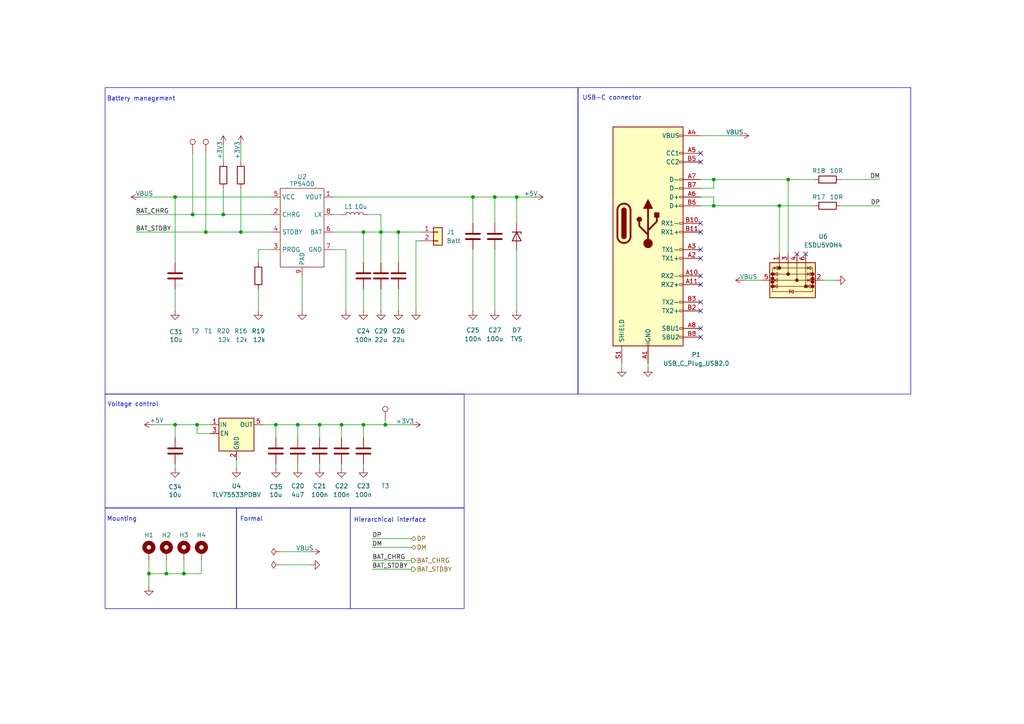
<source format=kicad_sch>
(kicad_sch (version 20250114) (generator "eeschema") (generator_version "9.0")
  (paper "A4")
  (title_block (title "Dummy button") (date "2025-04-23") (rev "v0.1"))
  (lib_symbols
    (symbol "+3V3_1" (power) (pin_numbers (hide yes)) (pin_names (offset 0) (hide yes))
      (property "Value" "+3V3" (at 0 3.556 0))
      (symbol "+3V3_1_0_1"
        (polyline (pts (xy -0.762 1.27) (xy 0 2.54)))
        (polyline (pts (xy 0 2.54) (xy 0.762 1.27)))
        (polyline (pts (xy 0 0) (xy 0 2.54)))
      )
      (symbol "+3V3_1_1_1"
        (pin power_in line (at 0 0 90) (length 0) (name "~") (number "1"))
      )
    )
    (symbol "+3V3_2" (power) (pin_numbers (hide yes)) (pin_names (offset 0) (hide yes))
      (property "Value" "+3V3" (at 0 3.556 0))
      (symbol "+3V3_2_0_1"
        (polyline (pts (xy -0.762 1.27) (xy 0 2.54)))
        (polyline (pts (xy 0 2.54) (xy 0.762 1.27)))
        (polyline (pts (xy 0 0) (xy 0 2.54)))
      )
      (symbol "+3V3_2_1_1"
        (pin power_in line (at 0 0 90) (length 0) (name "~") (number "1"))
      )
    )
    (symbol "Connector:TestPoint" (pin_numbers (hide yes)) (pin_names (offset 0.762) (hide yes))
      (property "Reference" "TP" (at 0 6.858 0))
      (property "Value" "TestPoint" (at 0 5.08 0))
      (symbol "TestPoint_0_1"
        (circle (center 0 3.302) (radius 0.762))
      )
      (symbol "TestPoint_1_1"
        (pin passive line (at 0 0 90) (length 2.54) (name "1") (number "1"))
      )
    )
    (symbol "Connector:USB_C_Receptacle" (pin_names (offset 1.016))
      (property "Reference" "J" (at -10.16 29.21 0))
      (property "Value" "USB_C_Receptacle" (at 10.16 29.21 0))
      (symbol "USB_C_Receptacle_0_0"
        (rectangle (start -0.254 -35.56) (end 0.254 -34.544))
        (rectangle (start 10.16 25.654) (end 9.144 25.146))
        (rectangle (start 10.16 20.574) (end 9.144 20.066))
        (rectangle (start 10.16 18.034) (end 9.144 17.526))
        (rectangle (start 10.16 12.954) (end 9.144 12.446))
        (rectangle (start 10.16 10.414) (end 9.144 9.906))
        (rectangle (start 10.16 7.874) (end 9.144 7.366))
        (rectangle (start 10.16 5.334) (end 9.144 4.826))
        (rectangle (start 10.16 0.254) (end 9.144 -0.254))
        (rectangle (start 10.16 -2.286) (end 9.144 -2.794))
        (rectangle (start 10.16 -7.366) (end 9.144 -7.874))
        (rectangle (start 10.16 -9.906) (end 9.144 -10.414))
        (rectangle (start 10.16 -14.986) (end 9.144 -15.494))
        (rectangle (start 10.16 -17.526) (end 9.144 -18.034))
        (rectangle (start 10.16 -22.606) (end 9.144 -23.114))
        (rectangle (start 10.16 -25.146) (end 9.144 -25.654))
        (rectangle (start 10.16 -30.226) (end 9.144 -30.734))
        (rectangle (start 10.16 -32.766) (end 9.144 -33.274))
      )
      (symbol "USB_C_Receptacle_0_1"
        (rectangle (start -10.16 27.94) (end 10.16 -35.56) (stroke (width 0.254)) (fill (type background)))
        (polyline (pts (xy -8.89 -3.81) (xy -8.89 3.81)) (stroke (width 0.508)))
        (rectangle (start -7.62 -3.81) (end -6.35 3.81) (stroke (width 0.254)) (fill (type outline)))
        (arc (start -7.62 3.81) (mid -6.985 4.4423) (end -6.35 3.81) (stroke (width 0.254)))
        (arc (start -7.62 3.81) (mid -6.985 4.4423) (end -6.35 3.81) (stroke (width 0.254)) (fill (type outline)))
        (arc (start -8.89 3.81) (mid -6.985 5.7067) (end -5.08 3.81) (stroke (width 0.508)))
        (arc (start -5.08 -3.81) (mid -6.985 -5.7067) (end -8.89 -3.81) (stroke (width 0.508)))
        (arc (start -6.35 -3.81) (mid -6.985 -4.4423) (end -7.62 -3.81) (stroke (width 0.254)))
        (arc (start -6.35 -3.81) (mid -6.985 -4.4423) (end -7.62 -3.81) (stroke (width 0.254)) (fill (type outline)))
        (polyline (pts (xy -5.08 3.81) (xy -5.08 -3.81)) (stroke (width 0.508)))
      )
      (symbol "USB_C_Receptacle_1_1"
        (circle (center -2.54 1.143) (radius 0.635) (stroke (width 0.254)) (fill (type outline)))
        (polyline (pts (xy -1.27 4.318) (xy 0 6.858) (xy 1.27 4.318) (xy -1.27 4.318)) (stroke (width 0.254)) (fill (type outline)))
        (polyline (pts (xy 0 -2.032) (xy 2.54 0.508) (xy 2.54 1.778)) (stroke (width 0.508)))
        (polyline (pts (xy 0 -3.302) (xy -2.54 -0.762) (xy -2.54 0.508)) (stroke (width 0.508)))
        (polyline (pts (xy 0 -5.842) (xy 0 4.318)) (stroke (width 0.508)))
        (circle (center 0 -5.842) (radius 1.27) (fill (type outline)))
        (rectangle (start 1.905 1.778) (end 3.175 3.048) (stroke (width 0.254)) (fill (type outline)))
        (pin passive line (at -7.62 -40.64 90) (length 5.08) (name "SHIELD") (number "S1"))
        (pin passive line (at 0 -40.64 90) (length 5.08) (name "GND") (number "A1"))
        (pin passive line (at 0 -40.64 90) (length 5.08) (hide yes) (name "GND") (number "A12"))
        (pin passive line (at 0 -40.64 90) (length 5.08) (hide yes) (name "GND") (number "B1"))
        (pin passive line (at 0 -40.64 90) (length 5.08) (hide yes) (name "GND") (number "B12"))
        (pin passive line (at 15.24 25.4 180) (length 5.08) (name "VBUS") (number "A4"))
        (pin passive line (at 15.24 25.4 180) (length 5.08) (hide yes) (name "VBUS") (number "A9"))
        (pin passive line (at 15.24 25.4 180) (length 5.08) (hide yes) (name "VBUS") (number "B4"))
        (pin passive line (at 15.24 25.4 180) (length 5.08) (hide yes) (name "VBUS") (number "B9"))
        (pin bidirectional line (at 15.24 20.32 180) (length 5.08) (name "CC1") (number "A5"))
        (pin bidirectional line (at 15.24 17.78 180) (length 5.08) (name "CC2") (number "B5"))
        (pin bidirectional line (at 15.24 12.7 180) (length 5.08) (name "D-") (number "A7"))
        (pin bidirectional line (at 15.24 10.16 180) (length 5.08) (name "D-") (number "B7"))
        (pin bidirectional line (at 15.24 7.62 180) (length 5.08) (name "D+") (number "A6"))
        (pin bidirectional line (at 15.24 5.08 180) (length 5.08) (name "D+") (number "B6"))
        (pin bidirectional line (at 15.24 0 180) (length 5.08) (name "RX1-") (number "B10"))
        (pin bidirectional line (at 15.24 -2.54 180) (length 5.08) (name "RX1+") (number "B11"))
        (pin bidirectional line (at 15.24 -7.62 180) (length 5.08) (name "TX1-") (number "A3"))
        (pin bidirectional line (at 15.24 -10.16 180) (length 5.08) (name "TX1+") (number "A2"))
        (pin bidirectional line (at 15.24 -15.24 180) (length 5.08) (name "RX2-") (number "A10"))
        (pin bidirectional line (at 15.24 -17.78 180) (length 5.08) (name "RX2+") (number "A11"))
        (pin bidirectional line (at 15.24 -22.86 180) (length 5.08) (name "TX2-") (number "B3"))
        (pin bidirectional line (at 15.24 -25.4 180) (length 5.08) (name "TX2+") (number "B2"))
        (pin bidirectional line (at 15.24 -30.48 180) (length 5.08) (name "SBU1") (number "A8"))
        (pin bidirectional line (at 15.24 -33.02 180) (length 5.08) (name "SBU2") (number "B8"))
      )
    )
    (symbol "Connector_Generic:Conn_01x02" (pin_names (offset 1.016) (hide yes))
      (property "Reference" "J" (at 0 2.54 0))
      (property "Value" "Conn_01x02" (at 0 -5.08 0))
      (symbol "Conn_01x02_1_1"
        (rectangle (start -1.27 1.27) (end 1.27 -3.81) (stroke (width 0.254)) (fill (type background)))
        (rectangle (start -1.27 0.127) (end 0 -0.127) (stroke (width 0.1524)))
        (rectangle (start -1.27 -2.413) (end 0 -2.667) (stroke (width 0.1524)))
        (pin passive line (at -5.08 0 0) (length 3.81) (name "Pin_1") (number "1"))
        (pin passive line (at -5.08 -2.54 0) (length 3.81) (name "Pin_2") (number "2"))
      )
    )
    (symbol "Device:C" (pin_numbers (hide yes)) (pin_names (offset 0.254))
      (property "Reference" "C" (at 0.635 2.54 0))
      (property "Value" "C" (at 0.635 -2.54 0))
      (symbol "C_0_1"
        (polyline (pts (xy -2.032 0.762) (xy 2.032 0.762)) (stroke (width 0.508)))
        (polyline (pts (xy -2.032 -0.762) (xy 2.032 -0.762)) (stroke (width 0.508)))
      )
      (symbol "C_1_1"
        (pin passive line (at 0 3.81 270) (length 2.794) (name "~") (number "1"))
        (pin passive line (at 0 -3.81 90) (length 2.794) (name "~") (number "2"))
      )
    )
    (symbol "Device:D_Zener" (pin_numbers (hide yes)) (pin_names (offset 1.016) (hide yes))
      (property "Reference" "D" (at 0 2.54 0))
      (property "Value" "D_Zener" (at 0 -2.54 0))
      (symbol "D_Zener_0_1"
        (polyline (pts (xy -1.27 -1.27) (xy -1.27 1.27) (xy -0.762 1.27)) (stroke (width 0.254)))
        (polyline (pts (xy 1.27 0) (xy -1.27 0)))
        (polyline (pts (xy 1.27 -1.27) (xy 1.27 1.27) (xy -1.27 0) (xy 1.27 -1.27)) (stroke (width 0.254)))
      )
      (symbol "D_Zener_1_1"
        (pin passive line (at -3.81 0 0) (length 2.54) (name "K") (number "1"))
        (pin passive line (at 3.81 0 180) (length 2.54) (name "A") (number "2"))
      )
    )
    (symbol "Device:L" (pin_numbers (hide yes)) (pin_names (offset 1.016) (hide yes))
      (property "Reference" "L" (at -1.27 0 90))
      (property "Value" "L" (at 1.905 0 90))
      (symbol "L_0_1"
        (arc (start 0 2.54) (mid 0.6323 1.905) (end 0 1.27))
        (arc (start 0 1.27) (mid 0.6323 0.635) (end 0 0))
        (arc (start 0 0) (mid 0.6323 -0.635) (end 0 -1.27))
        (arc (start 0 -1.27) (mid 0.6323 -1.905) (end 0 -2.54))
      )
      (symbol "L_1_1"
        (pin passive line (at 0 3.81 270) (length 1.27) (name "1") (number "1"))
        (pin passive line (at 0 -3.81 90) (length 1.27) (name "2") (number "2"))
      )
    )
    (symbol "Device:R" (pin_numbers (hide yes)) (pin_names (offset 0))
      (property "Reference" "R" (at 2.032 0 90))
      (property "Value" "R" (at 0 0 90))
      (symbol "R_0_1"
        (rectangle (start -1.016 -2.54) (end 1.016 2.54) (stroke (width 0.254)))
      )
      (symbol "R_1_1"
        (pin passive line (at 0 3.81 270) (length 1.27) (name "~") (number "1"))
        (pin passive line (at 0 -3.81 90) (length 1.27) (name "~") (number "2"))
      )
    )
    (symbol "GND_1" (power) (pin_numbers (hide yes)) (pin_names (offset 0) (hide yes))
      (property "Value" "GND" (at 0 -3.81 0))
      (symbol "GND_1_0_1"
        (polyline (pts (xy 0 0) (xy 0 -1.27) (xy 1.27 -1.27) (xy 0 -2.54) (xy -1.27 -1.27) (xy 0 -1.27)))
      )
      (symbol "GND_1_1_1"
        (pin power_in line (at 0 0 270) (length 0) (name "~") (number "1"))
      )
    )
    (symbol "GND_2" (power) (pin_numbers (hide yes)) (pin_names (offset 0) (hide yes))
      (property "Value" "GND" (at 0 -3.81 0))
      (symbol "GND_2_0_1"
        (polyline (pts (xy 0 0) (xy 0 -1.27) (xy 1.27 -1.27) (xy 0 -2.54) (xy -1.27 -1.27) (xy 0 -1.27)))
      )
      (symbol "GND_2_1_1"
        (pin power_in line (at 0 0 270) (length 0) (name "~") (number "1"))
      )
    )
    (symbol "GND_3" (power) (pin_numbers (hide yes)) (pin_names (offset 0) (hide yes))
      (property "Value" "GND" (at 0 -3.81 0))
      (symbol "GND_3_0_1"
        (polyline (pts (xy 0 0) (xy 0 -1.27) (xy 1.27 -1.27) (xy 0 -2.54) (xy -1.27 -1.27) (xy 0 -1.27)))
      )
      (symbol "GND_3_1_1"
        (pin power_in line (at 0 0 270) (length 0) (name "~") (number "1"))
      )
    )
    (symbol "GND_4" (power) (pin_numbers (hide yes)) (pin_names (offset 0) (hide yes))
      (property "Value" "GND" (at 0 -3.81 0))
      (symbol "GND_4_0_1"
        (polyline (pts (xy 0 0) (xy 0 -1.27) (xy 1.27 -1.27) (xy 0 -2.54) (xy -1.27 -1.27) (xy 0 -1.27)))
      )
      (symbol "GND_4_1_1"
        (pin power_in line (at 0 0 270) (length 0) (name "~") (number "1"))
      )
    )
    (symbol "GND_5" (power) (pin_numbers (hide yes)) (pin_names (offset 0) (hide yes))
      (property "Value" "GND" (at 0 -3.81 0))
      (symbol "GND_5_0_1"
        (polyline (pts (xy 0 0) (xy 0 -1.27) (xy 1.27 -1.27) (xy 0 -2.54) (xy -1.27 -1.27) (xy 0 -1.27)))
      )
      (symbol "GND_5_1_1"
        (pin power_in line (at 0 0 270) (length 0) (name "~") (number "1"))
      )
    )
    (symbol "GND_6" (power) (pin_numbers (hide yes)) (pin_names (offset 0) (hide yes))
      (property "Value" "GND" (at 0 -3.81 0))
      (symbol "GND_6_0_1"
        (polyline (pts (xy 0 0) (xy 0 -1.27) (xy 1.27 -1.27) (xy 0 -2.54) (xy -1.27 -1.27) (xy 0 -1.27)))
      )
      (symbol "GND_6_1_1"
        (pin power_in line (at 0 0 270) (length 0) (name "~") (number "1"))
      )
    )
    (symbol "GND_7" (power) (pin_numbers (hide yes)) (pin_names (offset 0) (hide yes))
      (property "Value" "GND" (at 0 -3.81 0))
      (symbol "GND_7_0_1"
        (polyline (pts (xy 0 0) (xy 0 -1.27) (xy 1.27 -1.27) (xy 0 -2.54) (xy -1.27 -1.27) (xy 0 -1.27)))
      )
      (symbol "GND_7_1_1"
        (pin power_in line (at 0 0 270) (length 0) (name "~") (number "1"))
      )
    )
    (symbol "Mechanical:MountingHole_Pad" (pin_numbers (hide yes)) (pin_names (offset 1.016) (hide yes))
      (property "Reference" "H" (at 0 6.35 0))
      (property "Value" "MountingHole_Pad" (at 0 4.445 0))
      (symbol "MountingHole_Pad_0_1"
        (circle (center 0 1.27) (radius 1.27) (stroke (width 1.27)))
      )
      (symbol "MountingHole_Pad_1_1"
        (pin input line (at 0 -2.54 90) (length 2.54) (name "1") (number "1"))
      )
    )
    (symbol "MountingHole_Pad_1" (pin_numbers (hide yes)) (pin_names (offset 1.016) (hide yes))
      (property "Reference" "H" (at 0 6.35 0))
      (property "Value" "MountingHole_Pad" (at 0 4.445 0))
      (symbol "MountingHole_Pad_1_0_1"
        (circle (center 0 1.27) (radius 1.27) (stroke (width 1.27)))
      )
      (symbol "MountingHole_Pad_1_1_1"
        (pin input line (at 0 -2.54 90) (length 2.54) (name "1") (number "1"))
      )
    )
    (symbol "MountingHole_Pad_2" (pin_numbers (hide yes)) (pin_names (offset 1.016) (hide yes))
      (property "Reference" "H" (at 0 6.35 0))
      (property "Value" "MountingHole_Pad" (at 0 4.445 0))
      (symbol "MountingHole_Pad_2_0_1"
        (circle (center 0 1.27) (radius 1.27) (stroke (width 1.27)))
      )
      (symbol "MountingHole_Pad_2_1_1"
        (pin input line (at 0 -2.54 90) (length 2.54) (name "1") (number "1"))
      )
    )
    (symbol "MountingHole_Pad_3" (pin_numbers (hide yes)) (pin_names (offset 1.016) (hide yes))
      (property "Reference" "H" (at 0 6.35 0))
      (property "Value" "MountingHole_Pad" (at 0 4.445 0))
      (symbol "MountingHole_Pad_3_0_1"
        (circle (center 0 1.27) (radius 1.27) (stroke (width 1.27)))
      )
      (symbol "MountingHole_Pad_3_1_1"
        (pin input line (at 0 -2.54 90) (length 2.54) (name "1") (number "1"))
      )
    )
    (symbol "Power_Protection:USBLC6-4SC6" (pin_names (hide yes))
      (property "Reference" "U" (at 1.27 9.525 0))
      (property "Value" "USBLC6-4SC6" (at 1.27 6.985 0))
      (symbol "USBLC6-4SC6_0_0"
        (circle (center -3.556 2.54) (radius 0.0001) (stroke (width 0.508)))
        (circle (center -1.778 4.572) (radius 0.0001) (stroke (width 0.508)))
        (circle (center -1.778 0) (radius 0.0001) (stroke (width 0.508)))
        (circle (center -1.778 -7.112) (radius 0.0001) (stroke (width 0.508)))
        (circle (center -0.508 4.572) (radius 0.0001) (stroke (width 0.508)))
        (circle (center -0.508 -7.112) (radius 0.0001) (stroke (width 0.508)))
        (circle (center 0 -2.54) (radius 0.0001) (stroke (width 0.508)))
        (circle (center 0.508 4.572) (radius 0.0001) (stroke (width 0.508)))
        (circle (center 0.508 -7.112) (radius 0.0001) (stroke (width 0.508)))
        (circle (center 1.778 4.572) (radius 0.0001) (stroke (width 0.508)))
        (circle (center 1.778 -5.08) (radius 0.0001) (stroke (width 0.508)))
        (circle (center 1.778 -7.112) (radius 0.0001) (stroke (width 0.508)))
      )
      (symbol "USBLC6-4SC6_0_1"
        (polyline (pts (xy -5.08 2.54) (xy -3.556 2.54)))
        (polyline (pts (xy -5.08 0) (xy -1.778 0)))
        (polyline (pts (xy -5.08 -2.54) (xy 0 -2.54)))
        (polyline (pts (xy -5.08 -5.08) (xy 1.778 -5.08)))
        (polyline (pts (xy -4.064 3.048) (xy -3.048 3.048) (xy -3.556 4.064) (xy -4.064 3.048)))
        (polyline (pts (xy -4.064 -5.588) (xy -3.048 -5.588)))
        (polyline (pts (xy -3.048 4.064) (xy -4.064 4.064)))
        (polyline (pts (xy -3.048 -6.604) (xy -4.064 -6.604) (xy -3.556 -5.588) (xy -3.048 -6.604)))
        (polyline (pts (xy -2.286 4.064) (xy -1.27 4.064)))
        (polyline (pts (xy -2.286 -5.588) (xy -1.27 -5.588)))
        (polyline (pts (xy -1.27 3.048) (xy -2.286 3.048) (xy -1.778 4.064) (xy -1.27 3.048)))
        (polyline (pts (xy -1.27 -6.604) (xy -2.286 -6.604) (xy -1.778 -5.588) (xy -1.27 -6.604)))
        (polyline (pts (xy -0.508 3.048) (xy 0.508 3.048) (xy 0 4.064) (xy -0.508 3.048)))
        (polyline (pts (xy -0.508 -5.588) (xy 0.508 -5.588)))
        (polyline (pts (xy -0.508 -6.604) (xy 0.508 -6.604) (xy 0 -5.588) (xy -0.508 -6.604)))
        (polyline (pts (xy 0 5.08) (xy 0.508 4.572)))
        (polyline (pts (xy 0.508 4.064) (xy -0.508 4.064)))
        (polyline (pts (xy 0.508 -7.112) (xy -0.508 -7.112)))
        (polyline (pts (xy 1.27 4.064) (xy 2.286 4.064)))
        (polyline (pts (xy 1.27 -6.604) (xy 2.286 -6.604) (xy 1.778 -5.588) (xy 1.27 -6.604)))
        (polyline (pts (xy 1.778 4.572) (xy 3.302 4.572) (xy 3.302 -7.112) (xy 1.778 -7.112)))
        (polyline (pts (xy 2.286 3.048) (xy 1.27 3.048) (xy 1.778 4.064) (xy 2.286 3.048)))
        (polyline (pts (xy 2.286 -5.588) (xy 1.27 -5.588)))
        (polyline (pts (xy 2.794 -0.762) (xy 2.794 -0.381) (xy 3.81 -0.381)))
        (polyline (pts (xy 3.81 -1.524) (xy 2.794 -1.524) (xy 3.302 -0.508) (xy 3.81 -1.524)))
      )
      (symbol "USBLC6-4SC6_1_1"
        (rectangle (start -5.08 5.334) (end 5.08 -7.874) (stroke (width 0.254)) (fill (type background)))
        (polyline (pts (xy -1.778 4.572) (xy -3.556 4.572) (xy -3.556 -7.112) (xy -1.778 -7.112)))
        (polyline (pts (xy -0.508 4.572) (xy 1.778 4.572) (xy 1.778 -7.112) (xy 0.508 -7.112)))
        (polyline (pts (xy 0 -7.62) (xy -0.508 -7.112) (xy -1.778 -7.112) (xy -1.778 4.572) (xy -0.508 4.572)))
        (polyline (pts (xy 0.508 -7.112) (xy 0 -6.604) (xy 0 4.064) (xy -0.508 4.572)))
        (pin passive line (at -7.62 2.54 0) (length 2.54) (name "I/O1") (number "1"))
        (pin passive line (at -7.62 0 0) (length 2.54) (name "I/O2") (number "3"))
        (pin passive line (at -7.62 -2.54 0) (length 2.54) (name "I/O3") (number "4"))
        (pin passive line (at -7.62 -5.08 0) (length 2.54) (name "I/O4") (number "6"))
        (pin passive line (at 0 7.62 270) (length 2.54) (name "VBUS") (number "5"))
        (pin passive line (at 0 -10.16 90) (length 2.54) (name "GND") (number "2"))
      )
    )
    (symbol "Regulator_Linear:TLV75533PDBV" (pin_names (offset 0.254))
      (property "Reference" "U" (at -3.81 5.715 0))
      (property "Value" "TLV75533PDBV" (at 0 5.715 0))
      (symbol "TLV75533PDBV_0_1"
        (rectangle (start -5.08 4.445) (end 5.08 -5.08) (stroke (width 0.254)) (fill (type background)))
      )
      (symbol "TLV75533PDBV_1_1"
        (pin power_in line (at -7.62 2.54 0) (length 2.54) (name "IN") (number "1"))
        (pin input line (at -7.62 0 0) (length 2.54) (name "EN") (number "3"))
        (pin power_in line (at 0 -7.62 90) (length 2.54) (name "GND") (number "2"))
        (pin no_connect line (at 5.08 0 180) (length 2.54) (hide yes) (name "NC") (number "4"))
        (pin power_out line (at 7.62 2.54 180) (length 2.54) (name "OUT") (number "5"))
      )
    )
    (symbol "TP5400:TP5400"
      (property "Reference" "U2" (at -1.27 26.162 0))
      (property "Value" "TP5400" (at -1.27 24.13 0))
      (symbol "TP5400_0_1"
        (rectangle (start -7.62 22.86) (end 5.08 0))
      )
      (symbol "TP5400_1_1"
        (pin power_in line (at -10.16 20.32 0) (length 2.54) (name "VCC") (number "5"))
        (pin bidirectional line (at -10.16 15.24 0) (length 2.54) (name "CHRG") (number "2"))
        (pin bidirectional line (at -10.16 10.16 0) (length 2.54) (name "STDBY") (number "4"))
        (pin bidirectional line (at -10.16 5.08 0) (length 2.54) (name "PROG") (number "3"))
        (pin passive line (at -1.27 -2.54 90) (length 2.54) (name "PAD") (number "9"))
        (pin power_out line (at 7.62 20.32 180) (length 2.54) (name "VOUT") (number "1"))
        (pin bidirectional line (at 7.62 15.24 180) (length 2.54) (name "LX") (number "8"))
        (pin bidirectional line (at 7.62 10.16 180) (length 2.54) (name "BAT") (number "6"))
        (pin power_in line (at 7.62 5.08 180) (length 2.54) (name "GND") (number "7"))
      )
    )
    (symbol "power:+3V3" (power) (pin_numbers (hide yes)) (pin_names (offset 0) (hide yes))
      (property "Value" "+3V3" (at 0 3.556 0))
      (symbol "+3V3_0_1"
        (polyline (pts (xy -0.762 1.27) (xy 0 2.54)))
        (polyline (pts (xy 0 2.54) (xy 0.762 1.27)))
        (polyline (pts (xy 0 0) (xy 0 2.54)))
      )
      (symbol "+3V3_1_1"
        (pin power_in line (at 0 0 90) (length 0) (name "~") (number "1"))
      )
    )
    (symbol "power:+5V" (power) (pin_numbers (hide yes)) (pin_names (offset 0) (hide yes))
      (property "Value" "+5V" (at 0 3.556 0))
      (symbol "+5V_0_1"
        (polyline (pts (xy -0.762 1.27) (xy 0 2.54)))
        (polyline (pts (xy 0 2.54) (xy 0.762 1.27)))
        (polyline (pts (xy 0 0) (xy 0 2.54)))
      )
      (symbol "+5V_1_1"
        (pin power_in line (at 0 0 90) (length 0) (name "~") (number "1"))
      )
    )
    (symbol "power:PWR_FLAG" (power) (pin_numbers (hide yes)) (pin_names (offset 0) (hide yes))
      (property "Value" "PWR_FLAG" (at 0 3.81 0))
      (symbol "PWR_FLAG_0_0"
        (pin power_out line (at 0 0 90) (length 0) (name "~") (number "1"))
      )
      (symbol "PWR_FLAG_0_1"
        (polyline (pts (xy 0 0) (xy 0 1.27) (xy -1.016 1.905) (xy 0 2.54) (xy 1.016 1.905) (xy 0 1.27)))
      )
    )
  )
  (rectangle (start 30.48 147.32) (end 68.58 176.53))
  (rectangle (start 30.48 25.4) (end 167.64 114.3))
  (rectangle (start 101.6 147.32) (end 134.62 176.53))
  (rectangle (start 30.48 114.3) (end 134.62 147.32))
  (rectangle (start 68.58 147.32) (end 101.6 176.53))
  (rectangle (start 167.64 25.4) (end 264.16 114.3))
  (text "Battery management" (at 30.988 29.464 0) (effects (font (size 1.27 1.27)) (justify left bottom)))
  (text "Mounting" (at 30.988 150.622 0) (effects (font (size 1.27 1.27)) (justify left)))
  (text "Formal\n" (at 69.596 150.622 0) (effects (font (size 1.27 1.27)) (justify left)))
  (text "Voltage control" (at 31.115 118.11 0) (effects (font (size 1.27 1.27)) (justify left bottom)))
  (text "USB-C connector" (at 168.91 29.21 0) (effects (font (size 1.27 1.27)) (justify left bottom)))
  (text "Hierarchical interface" (at 102.616 151.638 0) (effects (font (size 1.27 1.27)) (justify left bottom)))
  (junction (at 105.41 123.19))
  (junction (at 48.26 166.37))
  (junction (at 55.88 62.23))
  (junction (at 43.18 166.37))
  (junction (at 137.16 57.15))
  (junction (at 115.57 67.31))
  (junction (at 207.01 59.69))
  (junction (at 110.49 67.31))
  (junction (at 207.01 52.07))
  (junction (at 53.34 166.37))
  (junction (at 64.77 62.23))
  (junction (at 226.06 59.69))
  (junction (at 59.69 67.31))
  (junction (at 111.76 123.19))
  (junction (at 99.06 123.19))
  (junction (at 86.36 123.19))
  (junction (at 50.8 57.15))
  (junction (at 57.15 123.19))
  (junction (at 105.41 67.31))
  (junction (at 80.01 123.19))
  (junction (at 50.8 123.19))
  (junction (at 149.86 57.15))
  (junction (at 92.71 123.19))
  (junction (at 228.6 52.07))
  (junction (at 143.51 57.15))
  (junction (at 69.85 67.31))
  (no_connect (at 233.68 73.66))
  (no_connect (at 203.2 44.45))
  (no_connect (at 203.2 80.01))
  (no_connect (at 203.2 97.79))
  (no_connect (at 203.2 74.93))
  (no_connect (at 203.2 87.63))
  (no_connect (at 203.2 90.17))
  (no_connect (at 231.14 73.66))
  (no_connect (at 203.2 46.99))
  (no_connect (at 203.2 64.77))
  (no_connect (at 203.2 82.55))
  (no_connect (at 203.2 67.31))
  (no_connect (at 203.2 72.39))
  (no_connect (at 203.2 95.25))
  (wire (pts (xy 203.2 39.37) (xy 214.63 39.37)))
  (wire (pts (xy 105.41 67.31) (xy 110.49 67.31)))
  (wire (pts (xy 43.18 166.37) (xy 43.18 170.18)))
  (wire (pts (xy 58.42 166.37) (xy 58.42 162.56)))
  (wire (pts (xy 243.84 52.07) (xy 255.27 52.07)))
  (wire (pts (xy 55.88 62.23) (xy 64.77 62.23)))
  (wire (pts (xy 96.52 72.39) (xy 100.33 72.39)))
  (wire (pts (xy 180.34 105.41) (xy 180.34 106.68)))
  (wire (pts (xy 120.65 69.85) (xy 121.92 69.85)))
  (wire (pts (xy 187.96 105.41) (xy 187.96 106.68)))
  (wire (pts (xy 50.8 57.15) (xy 78.74 57.15)))
  (wire (pts (xy 105.41 67.31) (xy 105.41 76.2)))
  (wire (pts (xy 99.06 123.19) (xy 99.06 127)))
  (wire (pts (xy 143.51 57.15) (xy 143.51 64.77)))
  (wire (pts (xy 76.2 123.19) (xy 80.01 123.19)))
  (wire (pts (xy 69.85 54.61) (xy 69.85 67.31)))
  (wire (pts (xy 110.49 67.31) (xy 115.57 67.31)))
  (wire (pts (xy 39.37 62.23) (xy 55.88 62.23)))
  (wire (pts (xy 143.51 57.15) (xy 149.86 57.15)))
  (wire (pts (xy 53.34 166.37) (xy 53.34 162.56)))
  (wire (pts (xy 110.49 62.23) (xy 110.49 67.31)))
  (wire (pts (xy 203.2 52.07) (xy 207.01 52.07)))
  (wire (pts (xy 107.95 162.56) (xy 119.38 162.56)))
  (wire (pts (xy 99.06 123.19) (xy 105.41 123.19)))
  (wire (pts (xy 226.06 59.69) (xy 236.22 59.69)))
  (wire (pts (xy 96.52 67.31) (xy 105.41 67.31)))
  (wire (pts (xy 111.76 123.19) (xy 119.38 123.19)))
  (wire (pts (xy 87.63 80.01) (xy 87.63 90.17)))
  (wire (pts (xy 207.01 59.69) (xy 226.06 59.69)))
  (wire (pts (xy 228.6 52.07) (xy 228.6 73.66)))
  (wire (pts (xy 48.26 166.37) (xy 43.18 166.37)))
  (wire (pts (xy 100.33 72.39) (xy 100.33 90.17)))
  (wire (pts (xy 149.86 57.15) (xy 149.86 64.77)))
  (wire (pts (xy 90.17 160.02) (xy 81.28 160.02)))
  (wire (pts (xy 64.77 41.91) (xy 64.77 46.99)))
  (wire (pts (xy 74.93 72.39) (xy 74.93 76.2)))
  (wire (pts (xy 111.76 121.92) (xy 111.76 123.19)))
  (wire (pts (xy 50.8 83.82) (xy 50.8 90.17)))
  (wire (pts (xy 228.6 52.07) (xy 236.22 52.07)))
  (wire (pts (xy 48.26 166.37) (xy 48.26 162.56)))
  (wire (pts (xy 105.41 83.82) (xy 105.41 90.17)))
  (wire (pts (xy 43.18 166.37) (xy 43.18 162.56)))
  (wire (pts (xy 59.69 44.45) (xy 59.69 67.31)))
  (wire (pts (xy 226.06 59.69) (xy 226.06 73.66)))
  (wire (pts (xy 50.8 123.19) (xy 50.8 127)))
  (wire (pts (xy 143.51 72.39) (xy 143.51 90.17)))
  (wire (pts (xy 149.86 72.39) (xy 149.86 90.17)))
  (wire (pts (xy 105.41 123.19) (xy 105.41 127)))
  (wire (pts (xy 39.37 67.31) (xy 59.69 67.31)))
  (wire (pts (xy 50.8 123.19) (xy 57.15 123.19)))
  (wire (pts (xy 59.69 67.31) (xy 69.85 67.31)))
  (wire (pts (xy 137.16 72.39) (xy 137.16 90.17)))
  (wire (pts (xy 137.16 57.15) (xy 137.16 64.77)))
  (wire (pts (xy 107.95 158.75) (xy 119.38 158.75)))
  (wire (pts (xy 55.88 44.45) (xy 55.88 62.23)))
  (wire (pts (xy 215.9 81.28) (xy 220.98 81.28)))
  (wire (pts (xy 207.01 52.07) (xy 228.6 52.07)))
  (wire (pts (xy 80.01 123.19) (xy 80.01 127)))
  (wire (pts (xy 78.74 72.39) (xy 74.93 72.39)))
  (wire (pts (xy 86.36 134.62) (xy 86.36 135.89)))
  (wire (pts (xy 105.41 123.19) (xy 111.76 123.19)))
  (wire (pts (xy 86.36 123.19) (xy 92.71 123.19)))
  (wire (pts (xy 203.2 57.15) (xy 207.01 57.15)))
  (wire (pts (xy 68.58 133.35) (xy 68.58 135.89)))
  (wire (pts (xy 238.76 81.28) (xy 242.57 81.28)))
  (wire (pts (xy 44.45 123.19) (xy 50.8 123.19)))
  (wire (pts (xy 92.71 127) (xy 92.71 123.19)))
  (wire (pts (xy 120.65 69.85) (xy 120.65 90.17)))
  (wire (pts (xy 86.36 127) (xy 86.36 123.19)))
  (wire (pts (xy 207.01 57.15) (xy 207.01 59.69)))
  (wire (pts (xy 58.42 166.37) (xy 53.34 166.37)))
  (wire (pts (xy 50.8 57.15) (xy 40.64 57.15)))
  (wire (pts (xy 57.15 125.73) (xy 57.15 123.19)))
  (wire (pts (xy 69.85 41.91) (xy 69.85 46.99)))
  (wire (pts (xy 64.77 62.23) (xy 78.74 62.23)))
  (wire (pts (xy 110.49 83.82) (xy 110.49 90.17)))
  (wire (pts (xy 110.49 67.31) (xy 110.49 76.2)))
  (wire (pts (xy 96.52 57.15) (xy 137.16 57.15)))
  (wire (pts (xy 107.95 156.21) (xy 119.38 156.21)))
  (wire (pts (xy 105.41 134.62) (xy 105.41 135.89)))
  (wire (pts (xy 74.93 83.82) (xy 74.93 90.17)))
  (wire (pts (xy 243.84 59.69) (xy 255.27 59.69)))
  (wire (pts (xy 92.71 134.62) (xy 92.71 135.89)))
  (wire (pts (xy 99.06 134.62) (xy 99.06 135.89)))
  (wire (pts (xy 115.57 67.31) (xy 121.92 67.31)))
  (wire (pts (xy 106.68 62.23) (xy 110.49 62.23)))
  (wire (pts (xy 107.95 165.1) (xy 119.38 165.1)))
  (wire (pts (xy 50.8 134.62) (xy 50.8 135.89)))
  (wire (pts (xy 57.15 123.19) (xy 60.96 123.19)))
  (wire (pts (xy 115.57 67.31) (xy 115.57 76.2)))
  (wire (pts (xy 60.96 125.73) (xy 57.15 125.73)))
  (wire (pts (xy 207.01 54.61) (xy 207.01 52.07)))
  (wire (pts (xy 115.57 83.82) (xy 115.57 90.17)))
  (wire (pts (xy 80.01 123.19) (xy 86.36 123.19)))
  (wire (pts (xy 64.77 54.61) (xy 64.77 62.23)))
  (wire (pts (xy 69.85 67.31) (xy 78.74 67.31)))
  (wire (pts (xy 96.52 62.23) (xy 99.06 62.23)))
  (wire (pts (xy 137.16 57.15) (xy 143.51 57.15)))
  (wire (pts (xy 90.17 163.83) (xy 81.28 163.83)))
  (wire (pts (xy 203.2 59.69) (xy 207.01 59.69)))
  (wire (pts (xy 50.8 76.2) (xy 50.8 57.15)))
  (wire (pts (xy 149.86 57.15) (xy 154.94 57.15)))
  (wire (pts (xy 53.34 166.37) (xy 48.26 166.37)))
  (wire (pts (xy 203.2 54.61) (xy 207.01 54.61)))
  (wire (pts (xy 92.71 123.19) (xy 99.06 123.19)))
  (wire (pts (xy 80.01 134.62) (xy 80.01 135.89)))
  (label "BAT_STDBY" (at 39.37 67.31 0))
  (label "DM" (at 255.27 52.07 180))
  (label "BAT_STDBY" (at 107.95 165.1 0))
  (label "BAT_CHRG" (at 39.37 62.23 0))
  (label "DP" (at 107.95 156.21 0))
  (label "DM" (at 107.95 158.75 0))
  (label "DP" (at 255.27 59.69 180))
  (label "BAT_CHRG" (at 107.95 162.56 0))
  (hierarchical_label "BAT_CHRG" (shape output) (at 119.38 162.56 0))
  (hierarchical_label "BAT_STDBY" (shape output) (at 119.38 165.1 0))
  (hierarchical_label "DP" (shape bidirectional) (at 119.38 156.21 0))
  (hierarchical_label "DM" (shape bidirectional) (at 119.38 158.75 0))
  (symbol (lib_id "Device:L") (at 102.87 62.23 90) (unit 1)
    (property "Reference" "L1" (at 101.092 59.944 90))
    (property "Value" "10u" (at 104.648 59.944 90))
    (property "Footprint" "Inductor_SMD:L_Sunlord_SWPA5040S" (effects (hide yes)))
    (property "LCSC" "C84608" (effects (hide yes)))
  )
  (symbol (lib_id "Connector:TestPoint") (at 111.76 121.92 0) (unit 1)
    (property "Reference" "T3" (at 111.76 140.97 0))
    (property "Value" "TestPoint" (effects (hide yes)))
    (property "Footprint" "TestPoint:TestPoint_Pad_1.0x1.0mm" (effects (hide yes)))
    (property "Description" "test point" (effects (hide yes)))
  )
  (symbol (lib_id "Device:C") (at 80.01 130.81 0) (mirror y) (unit 1)
    (property "Reference" "C35" (at 80.01 141.224 0))
    (property "Value" "10u" (at 80.01 143.51 0))
    (property "Footprint" "Capacitor_SMD:C_0603_1608Metric" (effects (hide yes)))
    (property "LCSC" "C96446" (effects (hide yes)))
  )
  (symbol (lib_name "GND_1") (lib_id "power:GND") (at 74.93 90.17 0) (unit 1)
    (property "Reference" "#PWR082" (effects (hide yes)))
    (property "Value" "GND" (effects (hide yes)))
    (property "Description" "Power symbol creates a global label with name \"GND\" , ground" (effects (hide yes)))
  )
  (symbol (lib_name "GND_4") (lib_id "power:GND") (at 242.57 81.28 90) (unit 1)
    (property "Reference" "#PWR071" (effects (hide yes)))
    (property "Value" "GND" (effects (hide yes)))
    (property "Description" "Power symbol creates a global label with name \"GND\" , ground" (effects (hide yes)))
  )
  (symbol (lib_id "Mechanical:MountingHole_Pad") (at 48.26 160.02 0) (unit 1)
    (property "Reference" "H2" (at 48.26 155.194 0))
    (property "Value" "M2_Pad_Via" (effects (hide yes)))
    (property "Footprint" "MountingHole:MountingHole_2.2mm_M2_Pad_TopOnly" (effects (hide yes)))
  )
  (symbol (lib_name "+3V3_1") (lib_id "power:+3V3") (at 90.17 160.02 270) (unit 1)
    (property "Reference" "#PWR068" (effects (hide yes)))
    (property "Value" "VBUS" (at 85.852 159.004 90) (effects (justify left)))
    (property "Description" "Power symbol creates a global label with name \"+3V3\"" (effects (hide yes)))
  )
  (symbol (lib_id "Device:C") (at 50.8 80.01 0) (mirror y) (unit 1)
    (property "Reference" "C31" (at 51.054 96.266 0))
    (property "Value" "10u" (at 51.054 98.552 0))
    (property "Footprint" "Capacitor_SMD:C_0603_1608Metric" (effects (hide yes)))
    (property "LCSC" "C96446" (effects (hide yes)))
  )
  (symbol (lib_id "Device:R") (at 240.03 52.07 270) (unit 1)
    (property "Reference" "R18" (at 237.49 49.53 90))
    (property "Value" "10R" (at 242.57 49.53 90))
    (property "Footprint" "Capacitor_SMD:C_0603_1608Metric_Pad1.08x0.95mm_HandSolder" (effects (hide yes)))
    (property "LCSC" "C22859" (effects (hide yes)))
  )
  (symbol (lib_id "Connector:TestPoint") (at 55.88 44.45 0) (unit 1)
    (property "Reference" "T2" (at 56.642 96.012 0))
    (property "Value" "TestPoint" (effects (hide yes)))
    (property "Footprint" "TestPoint:TestPoint_Pad_1.0x1.0mm" (effects (hide yes)))
    (property "Description" "test point" (effects (hide yes)))
  )
  (symbol (lib_id "Device:R") (at 240.03 59.69 270) (unit 1)
    (property "Reference" "R17" (at 237.49 57.15 90))
    (property "Value" "10R" (at 242.57 57.15 90))
    (property "Footprint" "Capacitor_SMD:C_0603_1608Metric_Pad1.08x0.95mm_HandSolder" (effects (hide yes)))
    (property "LCSC" "C22859" (effects (hide yes)))
  )
  (symbol (lib_id "Device:R") (at 74.93 80.01 0) (unit 1)
    (property "Reference" "R19" (at 74.93 96.012 0))
    (property "Value" "12k" (at 75.184 98.552 0))
    (property "Footprint" "Resistor_SMD:R_0603_1608Metric_Pad0.98x0.95mm_HandSolder" (effects (hide yes)))
    (property "LCSC" "C22790" (effects (hide yes)))
  )
  (symbol (lib_id "Device:R") (at 64.77 50.8 0) (unit 1)
    (property "Reference" "R20" (at 64.77 96.012 0))
    (property "Value" "12k" (at 65.024 98.552 0))
    (property "Footprint" "Resistor_SMD:R_0603_1608Metric_Pad0.98x0.95mm_HandSolder" (effects (hide yes)))
    (property "LCSC" "C22790" (effects (hide yes)))
  )
  (symbol (lib_id "Device:C") (at 99.06 130.81 0) (unit 1)
    (property "Reference" "C22" (at 99.06 140.97 0))
    (property "Value" "100n" (at 99.06 143.51 0))
    (property "Footprint" "Capacitor_SMD:C_0603_1608Metric_Pad1.08x0.95mm_HandSolder" (effects (hide yes)))
    (property "LCSC" "C14663" (effects (hide yes)))
  )
  (symbol (lib_name "GND_1") (lib_id "power:GND") (at 90.17 163.83 90) (unit 1)
    (property "Reference" "#PWR016" (effects (hide yes)))
    (property "Value" "GND" (effects (hide yes)))
    (property "Description" "Power symbol creates a global label with name \"GND\" , ground" (effects (hide yes)))
  )
  (symbol (lib_id "TP5400:TP5400") (at 88.9 77.47 0) (unit 1)
    (property "Reference" "U2" (at 87.63 51.308 0))
    (property "Value" "TP5400" (at 87.63 53.34 0))
    (property "Footprint" "Package_SO:HTSOP-8-1EP_3.9x4.9mm_P1.27mm_EP2.4x3.2mm" (effects (hide yes)))
    (property "LCSC" "C2891434" (effects (hide yes)))
  )
  (symbol (lib_id "Device:C") (at 137.16 68.58 0) (unit 1)
    (property "Reference" "C25" (at 137.16 95.758 0))
    (property "Value" "100n" (at 137.16 98.298 0))
    (property "Footprint" "Capacitor_SMD:C_0603_1608Metric_Pad1.08x0.95mm_HandSolder" (effects (hide yes)))
    (property "LCSC" "C14663" (effects (hide yes)))
  )
  (symbol (lib_id "Device:D_Zener") (at 149.86 68.58 270) (unit 1)
    (property "Reference" "D7" (at 149.86 95.758 90))
    (property "Value" "TVS" (at 149.86 98.298 90))
    (property "Footprint" "Diode_SMD:D_SOD-123" (effects (hide yes)))
    (property "LCSC" "C5380694" (effects (hide yes)))
  )
  (symbol (lib_name "GND_5") (lib_id "power:GND") (at 50.8 135.89 0) (unit 1)
    (property "Reference" "#PWR072" (effects (hide yes)))
    (property "Value" "GND" (effects (hide yes)))
    (property "Description" "Power symbol creates a global label with name \"GND\" , ground" (effects (hide yes)))
  )
  (symbol (lib_name "GND_1") (lib_id "power:GND") (at 120.65 90.17 0) (unit 1)
    (property "Reference" "#PWR017" (effects (hide yes)))
    (property "Value" "GND" (effects (hide yes)))
    (property "Description" "Power symbol creates a global label with name \"GND\" , ground" (effects (hide yes)))
  )
  (symbol (lib_name "MountingHole_Pad_3") (lib_id "Mechanical:MountingHole_Pad") (at 58.42 160.02 0) (unit 1)
    (property "Reference" "H4" (at 58.42 155.194 0))
    (property "Value" "M2_Pad_Via" (effects (hide yes)))
    (property "Footprint" "MountingHole:MountingHole_2.2mm_M2_Pad_TopOnly" (effects (hide yes)))
  )
  (symbol (lib_id "Power_Protection:USBLC6-4SC6") (at 228.6 81.28 90) (mirror x) (unit 1)
    (property "Reference" "U6" (at 238.76 68.58 90))
    (property "Value" "ESDU5V0H4" (at 238.76 71.12 90))
    (property "Footprint" "Package_TO_SOT_SMD:SOT-23-6" (effects (hide yes)))
    (property "Datasheet" "https://www.st.com/resource/en/datasheet/usblc6-4.pdf" (effects (hide yes)))
    (property "Description" "Very low capacitance ESD protection diode, 4 data-line, SOT-23-6" (effects (hide yes)))
    (property "LCSC" "C2901330" (effects (hide yes)))
  )
  (symbol (lib_name "GND_1") (lib_id "power:GND") (at 87.63 90.17 0) (unit 1)
    (property "Reference" "#PWR095" (effects (hide yes)))
    (property "Value" "GND" (effects (hide yes)))
    (property "Description" "Power symbol creates a global label with name \"GND\" , ground" (effects (hide yes)))
  )
  (symbol (lib_id "power:PWR_FLAG") (at 81.28 163.83 90) (unit 1)
    (property "Reference" "#FLG01" (effects (hide yes)))
    (property "Value" "PWR_FLAG" (effects (hide yes)))
    (property "Description" "Special symbol for telling ERC where power comes from" (effects (hide yes)))
  )
  (symbol (lib_name "GND_7") (lib_id "power:GND") (at 86.36 135.89 0) (unit 1)
    (property "Reference" "#PWR074" (effects (hide yes)))
    (property "Value" "GND" (effects (hide yes)))
    (property "Description" "Power symbol creates a global label with name \"GND\" , ground" (effects (hide yes)))
  )
  (symbol (lib_name "GND_1") (lib_id "power:GND") (at 149.86 90.17 0) (unit 1)
    (property "Reference" "#PWR021" (effects (hide yes)))
    (property "Value" "GND" (effects (hide yes)))
    (property "Description" "Power symbol creates a global label with name \"GND\" , ground" (effects (hide yes)))
  )
  (symbol (lib_id "power:+3V3") (at 64.77 41.91 0) (unit 1)
    (property "Reference" "#PWR013" (effects (hide yes)))
    (property "Value" "+3V3" (at 63.754 46.228 90) (effects (justify left)))
    (property "Description" "Power symbol creates a global label with name \"+3V3\"" (effects (hide yes)))
  )
  (symbol (lib_name "+3V3_1") (lib_id "power:+3V3") (at 214.63 39.37 270) (unit 1)
    (property "Reference" "#PWR084" (effects (hide yes)))
    (property "Value" "VBUS" (at 210.566 38.354 90) (effects (justify left)))
    (property "Description" "Power symbol creates a global label with name \"+3V3\"" (effects (hide yes)))
  )
  (symbol (lib_id "Device:C") (at 110.49 80.01 0) (unit 1)
    (property "Reference" "C29" (at 110.49 96.012 0))
    (property "Value" "22u" (at 110.49 98.552 0))
    (property "Footprint" "Capacitor_SMD:C_0805_2012Metric" (effects (hide yes)))
    (property "LCSC" "C45783" (effects (hide yes)))
  )
  (symbol (lib_name "GND_1") (lib_id "power:GND") (at 50.8 90.17 0) (mirror y) (unit 1)
    (property "Reference" "#PWR026" (effects (hide yes)))
    (property "Value" "GND" (effects (hide yes)))
    (property "Description" "Power symbol creates a global label with name \"GND\" , ground" (effects (hide yes)))
  )
  (symbol (lib_id "Connector_Generic:Conn_01x02") (at 127 67.31 0) (unit 1)
    (property "Reference" "J1" (at 129.54 67.3099 0) (effects (justify left)))
    (property "Value" "Batt" (at 129.54 69.8499 0) (effects (justify left)))
    (property "Footprint" "Connector_JST:JST_PH_B2B-PH-K_1x02_P2.00mm_Vertical" (effects (hide yes)))
    (property "Description" "Generic connector, single row, 01x02, script generated (kicad-library-utils/schlib/autogen/connector/)" (effects (hide yes)))
  )
  (symbol (lib_id "Regulator_Linear:TLV75533PDBV") (at 68.58 125.73 0) (unit 1)
    (property "Reference" "U4" (at 68.58 140.97 0))
    (property "Value" "TLV75533PDBV" (at 68.58 143.51 0))
    (property "Footprint" "Package_TO_SOT_SMD:SOT-23-5" (effects (hide yes)))
    (property "Datasheet" "http://www.ti.com/lit/ds/symlink/tlv755p.pdf" (effects (hide yes)))
    (property "LCSC" "C404027" (effects (hide yes)))
  )
  (symbol (lib_name "GND_2") (lib_id "power:GND") (at 180.34 106.68 0) (unit 1)
    (property "Reference" "#PWR01" (effects (hide yes)))
    (property "Value" "GND" (effects (hide yes)))
    (property "Description" "Power symbol creates a global label with name \"GND\" , ground" (effects (hide yes)))
  )
  (symbol (lib_name "GND_3") (lib_id "power:GND") (at 187.96 106.68 0) (unit 1)
    (property "Reference" "#PWR02" (effects (hide yes)))
    (property "Value" "GND" (effects (hide yes)))
    (property "Description" "Power symbol creates a global label with name \"GND\" , ground" (effects (hide yes)))
  )
  (symbol (lib_id "power:+3V3") (at 69.85 41.91 0) (unit 1)
    (property "Reference" "#PWR014" (effects (hide yes)))
    (property "Value" "+3V3" (at 68.834 46.228 90) (effects (justify left)))
    (property "Description" "Power symbol creates a global label with name \"+3V3\"" (effects (hide yes)))
  )
  (symbol (lib_name "GND_1") (lib_id "power:GND") (at 43.18 170.18 0) (unit 1)
    (property "Reference" "#PWR05" (effects (hide yes)))
    (property "Value" "GND" (effects (hide yes)))
    (property "Description" "Power symbol creates a global label with name \"GND\" , ground" (effects (hide yes)))
  )
  (symbol (lib_name "GND_1") (lib_id "power:GND") (at 100.33 90.17 0) (unit 1)
    (property "Reference" "#PWR070" (effects (hide yes)))
    (property "Value" "GND" (effects (hide yes)))
    (property "Description" "Power symbol creates a global label with name \"GND\" , ground" (effects (hide yes)))
  )
  (symbol (lib_name "GND_1") (lib_id "power:GND") (at 143.51 90.17 0) (unit 1)
    (property "Reference" "#PWR020" (effects (hide yes)))
    (property "Value" "GND" (effects (hide yes)))
    (property "Description" "Power symbol creates a global label with name \"GND\" , ground" (effects (hide yes)))
  )
  (symbol (lib_id "power:+5V") (at 44.45 123.19 90) (unit 1)
    (property "Reference" "#PWR019" (effects (hide yes)))
    (property "Value" "+5V" (at 47.498 121.92 90) (effects (justify left)))
    (property "Description" "Power symbol creates a global label with name \"+5V\"" (effects (hide yes)))
  )
  (symbol (lib_name "+3V3_1") (lib_id "power:+3V3") (at 40.64 57.15 90) (unit 1)
    (property "Reference" "#PWR069" (effects (hide yes)))
    (property "Value" "VBUS" (at 44.45 56.134 90) (effects (justify left)))
    (property "Description" "Power symbol creates a global label with name \"+3V3\"" (effects (hide yes)))
  )
  (symbol (lib_name "+3V3_2") (lib_id "power:+3V3") (at 215.9 81.28 90) (unit 1)
    (property "Reference" "#PWR081" (effects (hide yes)))
    (property "Value" "VBUS" (at 219.71 80.264 90) (effects (justify left)))
    (property "Description" "Power symbol creates a global label with name \"+3V3\"" (effects (hide yes)))
  )
  (symbol (lib_id "Device:C") (at 105.41 80.01 0) (unit 1)
    (property "Reference" "C24" (at 105.41 96.012 0))
    (property "Value" "100n" (at 105.41 98.552 0))
    (property "Footprint" "Capacitor_SMD:C_0603_1608Metric_Pad1.08x0.95mm_HandSolder" (effects (hide yes)))
    (property "LCSC" "C14663" (effects (hide yes)))
  )
  (symbol (lib_id "Device:C") (at 143.51 68.58 0) (unit 1)
    (property "Reference" "C27" (at 143.51 95.758 0))
    (property "Value" "100u" (at 143.51 98.298 0))
    (property "Footprint" "Capacitor_SMD:C_1206_3216Metric" (effects (hide yes)))
    (property "LCSC" "C15008" (effects (hide yes)))
  )
  (symbol (lib_id "Device:C") (at 105.41 130.81 0) (unit 1)
    (property "Reference" "C23" (at 105.41 140.97 0))
    (property "Value" "100n" (at 105.41 143.51 0))
    (property "Footprint" "Capacitor_SMD:C_0603_1608Metric_Pad1.08x0.95mm_HandSolder" (effects (hide yes)))
    (property "LCSC" "C14663" (effects (hide yes)))
  )
  (symbol (lib_name "GND_6") (lib_id "power:GND") (at 68.58 135.89 0) (unit 1)
    (property "Reference" "#PWR03" (effects (hide yes)))
    (property "Value" "GND" (effects (hide yes)))
    (property "Description" "Power symbol creates a global label with name \"GND\" , ground" (effects (hide yes)))
  )
  (symbol (lib_id "Device:C") (at 86.36 130.81 0) (unit 1)
    (property "Reference" "C20" (at 86.36 140.97 0))
    (property "Value" "4u7" (at 86.36 143.51 0))
    (property "Footprint" "Capacitor_SMD:C_0805_2012Metric_Pad1.18x1.45mm_HandSolder" (effects (hide yes)))
    (property "LCSC" "C1779" (effects (hide yes)))
  )
  (symbol (lib_id "power:+5V") (at 154.94 57.15 270) (unit 1)
    (property "Reference" "#PWR022" (effects (hide yes)))
    (property "Value" "+5V" (at 151.892 56.134 90) (effects (justify left)))
    (property "Description" "Power symbol creates a global label with name \"+5V\"" (effects (hide yes)))
  )
  (symbol (lib_name "GND_7") (lib_id "power:GND") (at 99.06 135.89 0) (unit 1)
    (property "Reference" "#PWR076" (effects (hide yes)))
    (property "Value" "GND" (effects (hide yes)))
    (property "Description" "Power symbol creates a global label with name \"GND\" , ground" (effects (hide yes)))
  )
  (symbol (lib_id "Device:C") (at 92.71 130.81 0) (unit 1)
    (property "Reference" "C21" (at 92.71 140.97 0))
    (property "Value" "100n" (at 92.71 143.51 0))
    (property "Footprint" "Capacitor_SMD:C_0603_1608Metric_Pad1.08x0.95mm_HandSolder" (effects (hide yes)))
    (property "LCSC" "C14663" (effects (hide yes)))
  )
  (symbol (lib_id "Connector:TestPoint") (at 59.69 44.45 0) (unit 1)
    (property "Reference" "T1" (at 60.452 96.012 0))
    (property "Value" "TestPoint" (effects (hide yes)))
    (property "Footprint" "TestPoint:TestPoint_Pad_1.0x1.0mm" (effects (hide yes)))
    (property "Description" "test point" (effects (hide yes)))
  )
  (symbol (lib_id "Device:R") (at 69.85 50.8 0) (unit 1)
    (property "Reference" "R16" (at 69.85 96.012 0))
    (property "Value" "12k" (at 70.104 98.552 0))
    (property "Footprint" "Resistor_SMD:R_0603_1608Metric_Pad0.98x0.95mm_HandSolder" (effects (hide yes)))
    (property "LCSC" "C22790" (effects (hide yes)))
  )
  (symbol (lib_id "Device:C") (at 50.8 130.81 0) (mirror y) (unit 1)
    (property "Reference" "C34" (at 50.8 141.224 0))
    (property "Value" "10u" (at 50.8 143.51 0))
    (property "Footprint" "Capacitor_SMD:C_0603_1608Metric" (effects (hide yes)))
    (property "LCSC" "C96446" (effects (hide yes)))
  )
  (symbol (lib_name "MountingHole_Pad_2") (lib_id "Mechanical:MountingHole_Pad") (at 53.34 160.02 0) (unit 1)
    (property "Reference" "H3" (at 53.34 155.194 0))
    (property "Value" "M2_Pad_Via" (effects (hide yes)))
    (property "Footprint" "MountingHole:MountingHole_2.2mm_M2_Pad_TopOnly" (effects (hide yes)))
  )
  (symbol (lib_name "GND_1") (lib_id "power:GND") (at 137.16 90.17 0) (unit 1)
    (property "Reference" "#PWR083" (effects (hide yes)))
    (property "Value" "GND" (effects (hide yes)))
    (property "Description" "Power symbol creates a global label with name \"GND\" , ground" (effects (hide yes)))
  )
  (symbol (lib_name "GND_1") (lib_id "power:GND") (at 110.49 90.17 0) (unit 1)
    (property "Reference" "#PWR079" (effects (hide yes)))
    (property "Value" "GND" (effects (hide yes)))
    (property "Description" "Power symbol creates a global label with name \"GND\" , ground" (effects (hide yes)))
  )
  (symbol (lib_name "GND_7") (lib_id "power:GND") (at 80.01 135.89 0) (unit 1)
    (property "Reference" "#PWR073" (effects (hide yes)))
    (property "Value" "GND" (effects (hide yes)))
    (property "Description" "Power symbol creates a global label with name \"GND\" , ground" (effects (hide yes)))
  )
  (symbol (lib_id "Device:C") (at 115.57 80.01 0) (unit 1)
    (property "Reference" "C26" (at 115.57 96.012 0))
    (property "Value" "22u" (at 115.57 98.552 0))
    (property "Footprint" "Capacitor_SMD:C_0805_2012Metric" (effects (hide yes)))
    (property "LCSC" "C45783" (effects (hide yes)))
  )
  (symbol (lib_name "MountingHole_Pad_1") (lib_id "Mechanical:MountingHole_Pad") (at 43.18 160.02 0) (unit 1)
    (property "Reference" "H1" (at 43.18 155.194 0))
    (property "Value" "M2_Pad_Via" (effects (hide yes)))
    (property "Footprint" "MountingHole:MountingHole_2.2mm_M2_Pad_TopOnly" (effects (hide yes)))
  )
  (symbol (lib_id "Connector:USB_C_Receptacle") (at 187.96 64.77 0) (unit 1)
    (property "Reference" "P1" (at 201.93 102.87 0))
    (property "Value" "USB_C_Plug_USB2.0" (at 201.93 105.41 0))
    (property "Footprint" "Connector_USB:USB_C_Receptacle_HRO_TYPE-C-31-M-12" (effects (hide yes)))
    (property "Datasheet" "https://www.usb.org/sites/default/files/documents/usb_type-c.zip" (effects (hide yes)))
    (property "LCSC" "C165948" (effects (hide yes)))
  )
  (symbol (lib_name "GND_7") (lib_id "power:GND") (at 105.41 135.89 0) (unit 1)
    (property "Reference" "#PWR077" (effects (hide yes)))
    (property "Value" "GND" (effects (hide yes)))
    (property "Description" "Power symbol creates a global label with name \"GND\" , ground" (effects (hide yes)))
  )
  (symbol (lib_name "GND_7") (lib_id "power:GND") (at 92.71 135.89 0) (unit 1)
    (property "Reference" "#PWR075" (effects (hide yes)))
    (property "Value" "GND" (effects (hide yes)))
    (property "Description" "Power symbol creates a global label with name \"GND\" , ground" (effects (hide yes)))
  )
  (symbol (lib_id "power:PWR_FLAG") (at 81.28 160.02 90) (unit 1)
    (property "Reference" "#FLG04" (effects (hide yes)))
    (property "Value" "PWR_FLAG" (effects (hide yes)))
    (property "Description" "Special symbol for telling ERC where power comes from" (effects (hide yes)))
  )
  (symbol (lib_name "GND_1") (lib_id "power:GND") (at 105.41 90.17 0) (unit 1)
    (property "Reference" "#PWR078" (effects (hide yes)))
    (property "Value" "GND" (effects (hide yes)))
    (property "Description" "Power symbol creates a global label with name \"GND\" , ground" (effects (hide yes)))
  )
  (symbol (lib_name "GND_1") (lib_id "power:GND") (at 115.57 90.17 0) (unit 1)
    (property "Reference" "#PWR080" (effects (hide yes)))
    (property "Value" "GND" (effects (hide yes)))
    (property "Description" "Power symbol creates a global label with name \"GND\" , ground" (effects (hide yes)))
  )
  (symbol (lib_id "power:+3V3") (at 119.38 123.19 270) (unit 1)
    (property "Reference" "#PWR012" (effects (hide yes)))
    (property "Value" "+3V3" (at 114.808 122.174 90) (effects (justify left)))
    (property "Description" "Power symbol creates a global label with name \"+3V3\"" (effects (hide yes)))
  )
)
</source>
